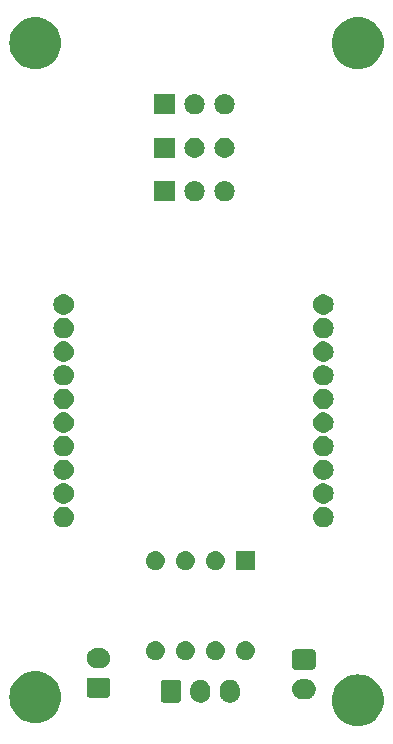
<source format=gbr>
%TF.GenerationSoftware,KiCad,Pcbnew,7.0.9*%
%TF.CreationDate,2023-12-30T17:24:47+01:00*%
%TF.ProjectId,rainguage,7261696e-6775-4616-9765-2e6b69636164,rev?*%
%TF.SameCoordinates,Original*%
%TF.FileFunction,Soldermask,Bot*%
%TF.FilePolarity,Negative*%
%FSLAX46Y46*%
G04 Gerber Fmt 4.6, Leading zero omitted, Abs format (unit mm)*
G04 Created by KiCad (PCBNEW 7.0.9) date 2023-12-30 17:24:47*
%MOMM*%
%LPD*%
G01*
G04 APERTURE LIST*
G04 APERTURE END LIST*
G36*
X187231158Y-116330821D02*
G01*
X187513402Y-116386963D01*
X187785904Y-116479465D01*
X188044000Y-116606744D01*
X188283275Y-116766623D01*
X188499635Y-116956365D01*
X188689377Y-117172725D01*
X188849256Y-117412000D01*
X188976535Y-117670096D01*
X189069037Y-117942598D01*
X189125179Y-118224842D01*
X189144000Y-118512000D01*
X189125179Y-118799158D01*
X189069037Y-119081402D01*
X188976535Y-119353904D01*
X188849256Y-119612000D01*
X188689377Y-119851275D01*
X188499635Y-120067635D01*
X188283275Y-120257377D01*
X188044000Y-120417256D01*
X187785904Y-120544535D01*
X187513402Y-120637037D01*
X187231158Y-120693179D01*
X186944000Y-120712000D01*
X186656842Y-120693179D01*
X186374598Y-120637037D01*
X186102096Y-120544535D01*
X185844000Y-120417256D01*
X185604725Y-120257377D01*
X185388365Y-120067635D01*
X185198623Y-119851275D01*
X185038744Y-119612000D01*
X184911465Y-119353904D01*
X184818963Y-119081402D01*
X184762821Y-118799158D01*
X184744000Y-118512000D01*
X184762821Y-118224842D01*
X184818963Y-117942598D01*
X184911465Y-117670096D01*
X185038744Y-117412000D01*
X185198623Y-117172725D01*
X185388365Y-116956365D01*
X185604725Y-116766623D01*
X185844000Y-116606744D01*
X186102096Y-116479465D01*
X186374598Y-116386963D01*
X186656842Y-116330821D01*
X186944000Y-116312000D01*
X187231158Y-116330821D01*
G37*
G36*
X159926158Y-116055821D02*
G01*
X160208402Y-116111963D01*
X160480904Y-116204465D01*
X160739000Y-116331744D01*
X160978275Y-116491623D01*
X161194635Y-116681365D01*
X161384377Y-116897725D01*
X161544256Y-117137000D01*
X161671535Y-117395096D01*
X161764037Y-117667598D01*
X161820179Y-117949842D01*
X161839000Y-118237000D01*
X161820179Y-118524158D01*
X161764037Y-118806402D01*
X161671535Y-119078904D01*
X161544256Y-119337000D01*
X161384377Y-119576275D01*
X161194635Y-119792635D01*
X160978275Y-119982377D01*
X160739000Y-120142256D01*
X160480904Y-120269535D01*
X160208402Y-120362037D01*
X159926158Y-120418179D01*
X159639000Y-120437000D01*
X159351842Y-120418179D01*
X159069598Y-120362037D01*
X158797096Y-120269535D01*
X158539000Y-120142256D01*
X158299725Y-119982377D01*
X158083365Y-119792635D01*
X157893623Y-119576275D01*
X157733744Y-119337000D01*
X157606465Y-119078904D01*
X157513963Y-118806402D01*
X157457821Y-118524158D01*
X157439000Y-118237000D01*
X157457821Y-117949842D01*
X157513963Y-117667598D01*
X157606465Y-117395096D01*
X157733744Y-117137000D01*
X157893623Y-116897725D01*
X158083365Y-116681365D01*
X158299725Y-116491623D01*
X158539000Y-116331744D01*
X158797096Y-116204465D01*
X159069598Y-116111963D01*
X159351842Y-116055821D01*
X159639000Y-116037000D01*
X159926158Y-116055821D01*
G37*
G36*
X171713850Y-116763967D02*
G01*
X171764040Y-116769790D01*
X171781189Y-116777362D01*
X171804671Y-116782033D01*
X171829810Y-116798830D01*
X171849696Y-116807611D01*
X171863277Y-116821192D01*
X171885777Y-116836226D01*
X171900810Y-116858725D01*
X171914391Y-116872306D01*
X171923170Y-116892189D01*
X171939970Y-116917332D01*
X171944641Y-116940815D01*
X171952212Y-116957962D01*
X171958033Y-117008142D01*
X171959000Y-117013003D01*
X171959000Y-118463003D01*
X171958032Y-118467866D01*
X171952212Y-118518043D01*
X171944641Y-118535188D01*
X171939970Y-118558674D01*
X171923169Y-118583818D01*
X171914391Y-118603699D01*
X171900812Y-118617277D01*
X171885777Y-118639780D01*
X171863274Y-118654815D01*
X171849696Y-118668394D01*
X171829815Y-118677172D01*
X171804671Y-118693973D01*
X171781185Y-118698644D01*
X171764040Y-118706215D01*
X171713861Y-118712035D01*
X171709000Y-118713003D01*
X170509000Y-118713003D01*
X170504138Y-118712035D01*
X170453959Y-118706215D01*
X170436812Y-118698644D01*
X170413329Y-118693973D01*
X170388186Y-118677173D01*
X170368303Y-118668394D01*
X170354722Y-118654813D01*
X170332223Y-118639780D01*
X170317189Y-118617280D01*
X170303608Y-118603699D01*
X170294827Y-118583813D01*
X170278030Y-118558674D01*
X170273359Y-118535192D01*
X170265787Y-118518043D01*
X170259964Y-118467852D01*
X170259000Y-118463003D01*
X170259000Y-117013003D01*
X170259964Y-117008153D01*
X170265787Y-116957962D01*
X170273359Y-116940811D01*
X170278030Y-116917332D01*
X170294826Y-116892194D01*
X170303608Y-116872306D01*
X170317191Y-116858722D01*
X170332223Y-116836226D01*
X170354719Y-116821194D01*
X170368303Y-116807611D01*
X170388191Y-116798829D01*
X170413329Y-116782033D01*
X170436808Y-116777362D01*
X170453959Y-116769790D01*
X170504151Y-116763967D01*
X170509000Y-116763003D01*
X171709000Y-116763003D01*
X171713850Y-116763967D01*
G37*
G36*
X173677819Y-116767988D02*
G01*
X173697814Y-116767988D01*
X173765244Y-116782320D01*
X173836399Y-116793986D01*
X173855008Y-116801400D01*
X173871561Y-116804919D01*
X173937313Y-116834193D01*
X174007147Y-116862018D01*
X174021184Y-116871535D01*
X174033835Y-116877168D01*
X174094516Y-116921255D01*
X174159278Y-116965165D01*
X174168826Y-116975245D01*
X174177540Y-116981576D01*
X174229765Y-117039577D01*
X174285679Y-117098605D01*
X174291247Y-117107860D01*
X174296397Y-117113579D01*
X174336930Y-117183784D01*
X174380439Y-117256097D01*
X174382905Y-117263416D01*
X174385212Y-117267412D01*
X174411183Y-117347344D01*
X174439127Y-117430278D01*
X174439628Y-117434888D01*
X174440102Y-117436346D01*
X174449168Y-117522608D01*
X174459000Y-117613003D01*
X174459000Y-117863003D01*
X174454017Y-117954904D01*
X174444434Y-117998436D01*
X174440102Y-118039659D01*
X174425403Y-118084895D01*
X174414505Y-118134409D01*
X174397073Y-118172086D01*
X174385212Y-118208593D01*
X174359904Y-118252426D01*
X174337329Y-118301224D01*
X174314057Y-118331837D01*
X174296397Y-118362426D01*
X174260486Y-118402308D01*
X174226096Y-118447548D01*
X174199121Y-118470460D01*
X174177538Y-118494431D01*
X174131654Y-118527767D01*
X174086009Y-118566539D01*
X174057451Y-118581679D01*
X174033837Y-118598836D01*
X173979235Y-118623146D01*
X173923617Y-118652633D01*
X173895427Y-118660459D01*
X173871561Y-118671086D01*
X173810117Y-118684146D01*
X173746515Y-118701806D01*
X173720370Y-118703223D01*
X173697814Y-118708018D01*
X173631931Y-118708018D01*
X173562982Y-118711756D01*
X173540181Y-118708018D01*
X173520186Y-118708018D01*
X173452761Y-118693686D01*
X173381601Y-118682020D01*
X173362987Y-118674603D01*
X173346438Y-118671086D01*
X173280698Y-118641816D01*
X173210853Y-118613988D01*
X173196813Y-118604468D01*
X173184164Y-118598837D01*
X173123489Y-118554754D01*
X173058722Y-118510841D01*
X173049172Y-118500759D01*
X173040459Y-118494429D01*
X172988232Y-118436426D01*
X172932321Y-118377401D01*
X172926752Y-118368146D01*
X172921602Y-118362426D01*
X172881059Y-118292203D01*
X172837561Y-118219909D01*
X172835095Y-118212591D01*
X172832787Y-118208593D01*
X172806797Y-118128604D01*
X172778873Y-118045728D01*
X172778371Y-118041120D01*
X172777897Y-118039659D01*
X172768818Y-117953283D01*
X172759000Y-117863003D01*
X172759000Y-117613003D01*
X172763983Y-117521102D01*
X172773563Y-117477576D01*
X172777897Y-117436346D01*
X172792599Y-117391097D01*
X172803495Y-117341597D01*
X172820921Y-117303928D01*
X172832787Y-117267412D01*
X172858101Y-117223565D01*
X172880671Y-117174782D01*
X172903936Y-117144177D01*
X172921602Y-117113579D01*
X172957523Y-117073684D01*
X172991904Y-117028458D01*
X173018870Y-117005552D01*
X173040461Y-116981574D01*
X173086359Y-116948226D01*
X173131991Y-116909467D01*
X173160539Y-116894331D01*
X173184162Y-116877169D01*
X173238781Y-116852850D01*
X173294383Y-116823373D01*
X173322563Y-116815548D01*
X173346438Y-116804919D01*
X173407894Y-116791856D01*
X173471485Y-116774200D01*
X173497628Y-116772782D01*
X173520186Y-116767988D01*
X173586069Y-116767988D01*
X173655018Y-116764250D01*
X173677819Y-116767988D01*
G37*
G36*
X176177819Y-116767988D02*
G01*
X176197814Y-116767988D01*
X176265244Y-116782320D01*
X176336399Y-116793986D01*
X176355008Y-116801400D01*
X176371561Y-116804919D01*
X176437313Y-116834193D01*
X176507147Y-116862018D01*
X176521184Y-116871535D01*
X176533835Y-116877168D01*
X176594516Y-116921255D01*
X176659278Y-116965165D01*
X176668826Y-116975245D01*
X176677540Y-116981576D01*
X176729765Y-117039577D01*
X176785679Y-117098605D01*
X176791247Y-117107860D01*
X176796397Y-117113579D01*
X176836930Y-117183784D01*
X176880439Y-117256097D01*
X176882905Y-117263416D01*
X176885212Y-117267412D01*
X176911183Y-117347344D01*
X176939127Y-117430278D01*
X176939628Y-117434888D01*
X176940102Y-117436346D01*
X176949168Y-117522608D01*
X176959000Y-117613003D01*
X176959000Y-117863003D01*
X176954017Y-117954904D01*
X176944434Y-117998436D01*
X176940102Y-118039659D01*
X176925403Y-118084895D01*
X176914505Y-118134409D01*
X176897073Y-118172086D01*
X176885212Y-118208593D01*
X176859904Y-118252426D01*
X176837329Y-118301224D01*
X176814057Y-118331837D01*
X176796397Y-118362426D01*
X176760486Y-118402308D01*
X176726096Y-118447548D01*
X176699121Y-118470460D01*
X176677538Y-118494431D01*
X176631654Y-118527767D01*
X176586009Y-118566539D01*
X176557451Y-118581679D01*
X176533837Y-118598836D01*
X176479235Y-118623146D01*
X176423617Y-118652633D01*
X176395427Y-118660459D01*
X176371561Y-118671086D01*
X176310117Y-118684146D01*
X176246515Y-118701806D01*
X176220370Y-118703223D01*
X176197814Y-118708018D01*
X176131931Y-118708018D01*
X176062982Y-118711756D01*
X176040181Y-118708018D01*
X176020186Y-118708018D01*
X175952761Y-118693686D01*
X175881601Y-118682020D01*
X175862987Y-118674603D01*
X175846438Y-118671086D01*
X175780698Y-118641816D01*
X175710853Y-118613988D01*
X175696813Y-118604468D01*
X175684164Y-118598837D01*
X175623489Y-118554754D01*
X175558722Y-118510841D01*
X175549172Y-118500759D01*
X175540459Y-118494429D01*
X175488232Y-118436426D01*
X175432321Y-118377401D01*
X175426752Y-118368146D01*
X175421602Y-118362426D01*
X175381059Y-118292203D01*
X175337561Y-118219909D01*
X175335095Y-118212591D01*
X175332787Y-118208593D01*
X175306797Y-118128604D01*
X175278873Y-118045728D01*
X175278371Y-118041120D01*
X175277897Y-118039659D01*
X175268818Y-117953283D01*
X175259000Y-117863003D01*
X175259000Y-117613003D01*
X175263983Y-117521102D01*
X175273563Y-117477576D01*
X175277897Y-117436346D01*
X175292599Y-117391097D01*
X175303495Y-117341597D01*
X175320921Y-117303928D01*
X175332787Y-117267412D01*
X175358101Y-117223565D01*
X175380671Y-117174782D01*
X175403936Y-117144177D01*
X175421602Y-117113579D01*
X175457523Y-117073684D01*
X175491904Y-117028458D01*
X175518870Y-117005552D01*
X175540461Y-116981574D01*
X175586359Y-116948226D01*
X175631991Y-116909467D01*
X175660539Y-116894331D01*
X175684162Y-116877169D01*
X175738781Y-116852850D01*
X175794383Y-116823373D01*
X175822563Y-116815548D01*
X175846438Y-116804919D01*
X175907894Y-116791856D01*
X175971485Y-116774200D01*
X175997628Y-116772782D01*
X176020186Y-116767988D01*
X176086069Y-116767988D01*
X176155018Y-116764250D01*
X176177819Y-116767988D01*
G37*
G36*
X182613901Y-116716983D02*
G01*
X182657426Y-116726563D01*
X182698656Y-116730897D01*
X182743902Y-116745598D01*
X182793406Y-116756495D01*
X182831076Y-116773923D01*
X182867590Y-116785787D01*
X182911432Y-116811099D01*
X182960221Y-116833671D01*
X182990828Y-116856938D01*
X183021423Y-116874602D01*
X183061312Y-116910519D01*
X183106545Y-116944904D01*
X183129453Y-116971874D01*
X183153428Y-116993461D01*
X183186769Y-117039351D01*
X183225536Y-117084991D01*
X183240674Y-117113545D01*
X183257833Y-117137162D01*
X183282145Y-117191769D01*
X183311630Y-117247383D01*
X183319456Y-117275569D01*
X183330083Y-117299438D01*
X183343144Y-117360884D01*
X183360803Y-117424485D01*
X183362220Y-117450629D01*
X183367015Y-117473186D01*
X183367015Y-117539068D01*
X183370753Y-117608018D01*
X183367015Y-117630818D01*
X183367015Y-117650813D01*
X183352683Y-117718233D01*
X183341017Y-117789399D01*
X183333600Y-117808013D01*
X183330083Y-117824561D01*
X183300817Y-117890292D01*
X183272985Y-117960147D01*
X183263464Y-117974188D01*
X183257834Y-117986835D01*
X183213761Y-118047495D01*
X183169838Y-118112278D01*
X183159754Y-118121829D01*
X183153426Y-118130540D01*
X183095444Y-118182746D01*
X183036398Y-118238679D01*
X183027139Y-118244249D01*
X183021423Y-118249397D01*
X182951241Y-118289915D01*
X182878906Y-118333439D01*
X182871584Y-118335906D01*
X182867590Y-118338212D01*
X182787685Y-118364174D01*
X182704725Y-118392127D01*
X182700112Y-118392628D01*
X182698656Y-118393102D01*
X182612423Y-118402165D01*
X182522000Y-118412000D01*
X182518858Y-118412000D01*
X182225142Y-118412000D01*
X182222000Y-118412000D01*
X182130099Y-118407017D01*
X182086567Y-118397434D01*
X182045343Y-118393102D01*
X182000104Y-118378402D01*
X181950594Y-118367505D01*
X181912918Y-118350074D01*
X181876409Y-118338212D01*
X181832571Y-118312902D01*
X181783779Y-118290329D01*
X181753168Y-118267059D01*
X181722576Y-118249397D01*
X181682688Y-118213481D01*
X181637455Y-118179096D01*
X181614545Y-118152125D01*
X181590571Y-118130538D01*
X181557228Y-118084646D01*
X181518464Y-118039009D01*
X181503326Y-118010456D01*
X181486166Y-117986837D01*
X181461850Y-117932224D01*
X181432370Y-117876617D01*
X181424544Y-117848433D01*
X181413916Y-117824561D01*
X181400853Y-117763108D01*
X181383197Y-117699515D01*
X181381779Y-117673369D01*
X181376985Y-117650813D01*
X181376985Y-117584931D01*
X181373247Y-117515982D01*
X181376985Y-117493181D01*
X181376985Y-117473186D01*
X181391318Y-117405753D01*
X181402983Y-117334601D01*
X181410397Y-117315992D01*
X181413916Y-117299438D01*
X181443194Y-117233677D01*
X181471015Y-117163853D01*
X181480531Y-117149817D01*
X181486165Y-117137164D01*
X181530262Y-117076468D01*
X181574162Y-117011722D01*
X181584239Y-117002175D01*
X181590573Y-116993459D01*
X181648595Y-116941214D01*
X181707602Y-116885321D01*
X181716853Y-116879754D01*
X181722576Y-116874602D01*
X181792822Y-116834045D01*
X181865094Y-116790561D01*
X181872409Y-116788096D01*
X181876409Y-116785787D01*
X181956425Y-116759788D01*
X182039275Y-116731873D01*
X182043880Y-116731372D01*
X182045343Y-116730897D01*
X182131733Y-116721817D01*
X182222000Y-116712000D01*
X182522000Y-116712000D01*
X182613901Y-116716983D01*
G37*
G36*
X165727850Y-116585964D02*
G01*
X165778040Y-116591787D01*
X165795189Y-116599359D01*
X165818671Y-116604030D01*
X165843810Y-116620827D01*
X165863696Y-116629608D01*
X165877277Y-116643189D01*
X165899777Y-116658223D01*
X165914810Y-116680722D01*
X165928391Y-116694303D01*
X165937170Y-116714186D01*
X165953970Y-116739329D01*
X165958641Y-116762812D01*
X165966212Y-116779959D01*
X165972033Y-116830139D01*
X165973000Y-116835000D01*
X165973000Y-118035000D01*
X165972032Y-118039863D01*
X165966212Y-118090040D01*
X165958641Y-118107185D01*
X165953970Y-118130671D01*
X165937169Y-118155815D01*
X165928391Y-118175696D01*
X165914812Y-118189274D01*
X165899777Y-118211777D01*
X165877274Y-118226812D01*
X165863696Y-118240391D01*
X165843815Y-118249169D01*
X165818671Y-118265970D01*
X165795185Y-118270641D01*
X165778040Y-118278212D01*
X165727861Y-118284032D01*
X165723000Y-118285000D01*
X164223000Y-118285000D01*
X164218138Y-118284032D01*
X164167959Y-118278212D01*
X164150812Y-118270641D01*
X164127329Y-118265970D01*
X164102186Y-118249170D01*
X164082303Y-118240391D01*
X164068722Y-118226810D01*
X164046223Y-118211777D01*
X164031189Y-118189277D01*
X164017608Y-118175696D01*
X164008827Y-118155810D01*
X163992030Y-118130671D01*
X163987359Y-118107189D01*
X163979787Y-118090040D01*
X163973964Y-118039849D01*
X163973000Y-118035000D01*
X163973000Y-116835000D01*
X163973964Y-116830150D01*
X163979787Y-116779959D01*
X163987359Y-116762808D01*
X163992030Y-116739329D01*
X164008826Y-116714191D01*
X164017608Y-116694303D01*
X164031191Y-116680719D01*
X164046223Y-116658223D01*
X164068719Y-116643191D01*
X164082303Y-116629608D01*
X164102191Y-116620826D01*
X164127329Y-116604030D01*
X164150808Y-116599359D01*
X164167959Y-116591787D01*
X164218151Y-116585964D01*
X164223000Y-116585000D01*
X165723000Y-116585000D01*
X165727850Y-116585964D01*
G37*
G36*
X183126850Y-114212964D02*
G01*
X183177040Y-114218787D01*
X183194189Y-114226359D01*
X183217671Y-114231030D01*
X183242810Y-114247827D01*
X183262696Y-114256608D01*
X183276277Y-114270189D01*
X183298777Y-114285223D01*
X183313810Y-114307722D01*
X183327391Y-114321303D01*
X183336170Y-114341186D01*
X183352970Y-114366329D01*
X183357641Y-114389812D01*
X183365212Y-114406959D01*
X183371033Y-114457139D01*
X183372000Y-114462000D01*
X183372000Y-115662000D01*
X183371032Y-115666863D01*
X183365212Y-115717040D01*
X183357641Y-115734185D01*
X183352970Y-115757671D01*
X183336169Y-115782815D01*
X183327391Y-115802696D01*
X183313812Y-115816274D01*
X183298777Y-115838777D01*
X183276274Y-115853812D01*
X183262696Y-115867391D01*
X183242815Y-115876169D01*
X183217671Y-115892970D01*
X183194185Y-115897641D01*
X183177040Y-115905212D01*
X183126861Y-115911032D01*
X183122000Y-115912000D01*
X181622000Y-115912000D01*
X181617138Y-115911032D01*
X181566959Y-115905212D01*
X181549812Y-115897641D01*
X181526329Y-115892970D01*
X181501186Y-115876170D01*
X181481303Y-115867391D01*
X181467722Y-115853810D01*
X181445223Y-115838777D01*
X181430189Y-115816277D01*
X181416608Y-115802696D01*
X181407827Y-115782810D01*
X181391030Y-115757671D01*
X181386359Y-115734189D01*
X181378787Y-115717040D01*
X181372964Y-115666849D01*
X181372000Y-115662000D01*
X181372000Y-114462000D01*
X181372964Y-114457150D01*
X181378787Y-114406959D01*
X181386359Y-114389808D01*
X181391030Y-114366329D01*
X181407826Y-114341191D01*
X181416608Y-114321303D01*
X181430191Y-114307719D01*
X181445223Y-114285223D01*
X181467719Y-114270191D01*
X181481303Y-114256608D01*
X181501191Y-114247826D01*
X181526329Y-114231030D01*
X181549808Y-114226359D01*
X181566959Y-114218787D01*
X181617151Y-114212964D01*
X181622000Y-114212000D01*
X183122000Y-114212000D01*
X183126850Y-114212964D01*
G37*
G36*
X165214901Y-114089983D02*
G01*
X165258426Y-114099563D01*
X165299656Y-114103897D01*
X165344902Y-114118598D01*
X165394406Y-114129495D01*
X165432076Y-114146923D01*
X165468590Y-114158787D01*
X165512432Y-114184099D01*
X165561221Y-114206671D01*
X165591828Y-114229938D01*
X165622423Y-114247602D01*
X165662312Y-114283519D01*
X165707545Y-114317904D01*
X165730453Y-114344874D01*
X165754428Y-114366461D01*
X165787769Y-114412351D01*
X165826536Y-114457991D01*
X165841674Y-114486545D01*
X165858833Y-114510162D01*
X165883145Y-114564769D01*
X165912630Y-114620383D01*
X165920456Y-114648569D01*
X165931083Y-114672438D01*
X165944144Y-114733884D01*
X165961803Y-114797485D01*
X165963220Y-114823629D01*
X165968015Y-114846186D01*
X165968015Y-114912068D01*
X165971753Y-114981018D01*
X165968015Y-115003818D01*
X165968015Y-115023813D01*
X165953683Y-115091233D01*
X165942017Y-115162399D01*
X165934600Y-115181013D01*
X165931083Y-115197561D01*
X165901817Y-115263292D01*
X165873985Y-115333147D01*
X165864464Y-115347188D01*
X165858834Y-115359835D01*
X165814761Y-115420495D01*
X165770838Y-115485278D01*
X165760754Y-115494829D01*
X165754426Y-115503540D01*
X165696444Y-115555746D01*
X165637398Y-115611679D01*
X165628139Y-115617249D01*
X165622423Y-115622397D01*
X165552241Y-115662915D01*
X165479906Y-115706439D01*
X165472584Y-115708906D01*
X165468590Y-115711212D01*
X165388685Y-115737174D01*
X165305725Y-115765127D01*
X165301112Y-115765628D01*
X165299656Y-115766102D01*
X165213423Y-115775165D01*
X165123000Y-115785000D01*
X165119858Y-115785000D01*
X164826142Y-115785000D01*
X164823000Y-115785000D01*
X164731099Y-115780017D01*
X164687567Y-115770434D01*
X164646343Y-115766102D01*
X164601104Y-115751402D01*
X164551594Y-115740505D01*
X164513918Y-115723074D01*
X164477409Y-115711212D01*
X164433571Y-115685902D01*
X164384779Y-115663329D01*
X164354168Y-115640059D01*
X164323576Y-115622397D01*
X164283688Y-115586481D01*
X164238455Y-115552096D01*
X164215545Y-115525125D01*
X164191571Y-115503538D01*
X164158228Y-115457646D01*
X164119464Y-115412009D01*
X164104326Y-115383456D01*
X164087166Y-115359837D01*
X164062850Y-115305224D01*
X164033370Y-115249617D01*
X164025544Y-115221433D01*
X164014916Y-115197561D01*
X164001853Y-115136108D01*
X163984197Y-115072515D01*
X163982779Y-115046369D01*
X163977985Y-115023813D01*
X163977985Y-114957931D01*
X163974247Y-114888982D01*
X163977985Y-114866181D01*
X163977985Y-114846186D01*
X163992318Y-114778753D01*
X164003983Y-114707601D01*
X164011397Y-114688992D01*
X164014916Y-114672438D01*
X164044194Y-114606677D01*
X164072015Y-114536853D01*
X164081531Y-114522817D01*
X164087165Y-114510164D01*
X164131262Y-114449468D01*
X164175162Y-114384722D01*
X164185239Y-114375175D01*
X164191573Y-114366459D01*
X164249595Y-114314214D01*
X164308602Y-114258321D01*
X164317853Y-114252754D01*
X164323576Y-114247602D01*
X164393822Y-114207045D01*
X164466094Y-114163561D01*
X164473409Y-114161096D01*
X164477409Y-114158787D01*
X164557425Y-114132788D01*
X164640275Y-114104873D01*
X164644880Y-114104372D01*
X164646343Y-114103897D01*
X164732733Y-114094817D01*
X164823000Y-114085000D01*
X165123000Y-114085000D01*
X165214901Y-114089983D01*
G37*
G36*
X169840811Y-113504711D02*
G01*
X169882588Y-113504711D01*
X169929718Y-113514728D01*
X169977017Y-113520058D01*
X170011408Y-113532092D01*
X170046110Y-113539468D01*
X170096117Y-113561733D01*
X170146107Y-113579225D01*
X170172128Y-113595575D01*
X170198835Y-113607466D01*
X170248633Y-113643646D01*
X170297792Y-113674535D01*
X170315444Y-113692187D01*
X170334084Y-113705730D01*
X170380165Y-113756908D01*
X170424465Y-113801208D01*
X170434654Y-113817424D01*
X170445946Y-113829965D01*
X170484573Y-113896870D01*
X170519775Y-113952893D01*
X170524170Y-113965453D01*
X170529535Y-113974746D01*
X170557010Y-114059305D01*
X170578942Y-114121983D01*
X170579773Y-114129363D01*
X170581195Y-114133738D01*
X170594076Y-114256306D01*
X170599000Y-114300000D01*
X170594076Y-114343697D01*
X170581195Y-114466261D01*
X170579773Y-114470635D01*
X170578942Y-114478017D01*
X170557005Y-114540707D01*
X170529535Y-114625253D01*
X170524171Y-114634543D01*
X170519775Y-114647107D01*
X170484566Y-114703140D01*
X170445946Y-114770034D01*
X170434656Y-114782572D01*
X170424465Y-114798792D01*
X170380155Y-114843101D01*
X170334084Y-114894269D01*
X170315448Y-114907808D01*
X170297792Y-114925465D01*
X170248623Y-114956359D01*
X170198835Y-114992533D01*
X170172134Y-115004421D01*
X170146107Y-115020775D01*
X170096107Y-115038270D01*
X170046110Y-115060531D01*
X170011414Y-115067905D01*
X169977017Y-115079942D01*
X169929715Y-115085271D01*
X169882588Y-115095289D01*
X169840811Y-115095289D01*
X169799000Y-115100000D01*
X169757189Y-115095289D01*
X169715412Y-115095289D01*
X169668284Y-115085271D01*
X169620983Y-115079942D01*
X169586586Y-115067906D01*
X169551889Y-115060531D01*
X169501887Y-115038268D01*
X169451893Y-115020775D01*
X169425868Y-115004422D01*
X169399164Y-114992533D01*
X169349369Y-114956355D01*
X169300208Y-114925465D01*
X169282554Y-114907811D01*
X169263915Y-114894269D01*
X169217833Y-114843090D01*
X169173535Y-114798792D01*
X169163345Y-114782575D01*
X169152053Y-114770034D01*
X169113420Y-114703120D01*
X169078225Y-114647107D01*
X169073830Y-114634547D01*
X169068464Y-114625253D01*
X169040980Y-114540667D01*
X169019058Y-114478017D01*
X169018226Y-114470639D01*
X169016804Y-114466261D01*
X169003908Y-114343565D01*
X168999000Y-114300000D01*
X169003908Y-114256438D01*
X169016804Y-114133738D01*
X169018226Y-114129358D01*
X169019058Y-114121983D01*
X169040975Y-114059345D01*
X169068464Y-113974746D01*
X169073831Y-113965449D01*
X169078225Y-113952893D01*
X169113413Y-113896890D01*
X169152053Y-113829965D01*
X169163347Y-113817421D01*
X169173535Y-113801208D01*
X169217826Y-113756916D01*
X169263917Y-113705728D01*
X169282559Y-113692183D01*
X169300208Y-113674535D01*
X169349354Y-113643654D01*
X169399162Y-113607467D01*
X169425873Y-113595574D01*
X169451893Y-113579225D01*
X169501877Y-113561734D01*
X169551889Y-113539468D01*
X169586592Y-113532091D01*
X169620983Y-113520058D01*
X169668281Y-113514728D01*
X169715412Y-113504711D01*
X169757189Y-113504711D01*
X169799000Y-113500000D01*
X169840811Y-113504711D01*
G37*
G36*
X172380811Y-113504711D02*
G01*
X172422588Y-113504711D01*
X172469718Y-113514728D01*
X172517017Y-113520058D01*
X172551408Y-113532092D01*
X172586110Y-113539468D01*
X172636117Y-113561733D01*
X172686107Y-113579225D01*
X172712128Y-113595575D01*
X172738835Y-113607466D01*
X172788633Y-113643646D01*
X172837792Y-113674535D01*
X172855444Y-113692187D01*
X172874084Y-113705730D01*
X172920165Y-113756908D01*
X172964465Y-113801208D01*
X172974654Y-113817424D01*
X172985946Y-113829965D01*
X173024573Y-113896870D01*
X173059775Y-113952893D01*
X173064170Y-113965453D01*
X173069535Y-113974746D01*
X173097010Y-114059305D01*
X173118942Y-114121983D01*
X173119773Y-114129363D01*
X173121195Y-114133738D01*
X173134076Y-114256306D01*
X173139000Y-114300000D01*
X173134076Y-114343697D01*
X173121195Y-114466261D01*
X173119773Y-114470635D01*
X173118942Y-114478017D01*
X173097005Y-114540707D01*
X173069535Y-114625253D01*
X173064171Y-114634543D01*
X173059775Y-114647107D01*
X173024566Y-114703140D01*
X172985946Y-114770034D01*
X172974656Y-114782572D01*
X172964465Y-114798792D01*
X172920155Y-114843101D01*
X172874084Y-114894269D01*
X172855448Y-114907808D01*
X172837792Y-114925465D01*
X172788623Y-114956359D01*
X172738835Y-114992533D01*
X172712134Y-115004421D01*
X172686107Y-115020775D01*
X172636107Y-115038270D01*
X172586110Y-115060531D01*
X172551414Y-115067905D01*
X172517017Y-115079942D01*
X172469715Y-115085271D01*
X172422588Y-115095289D01*
X172380811Y-115095289D01*
X172339000Y-115100000D01*
X172297189Y-115095289D01*
X172255412Y-115095289D01*
X172208284Y-115085271D01*
X172160983Y-115079942D01*
X172126586Y-115067906D01*
X172091889Y-115060531D01*
X172041887Y-115038268D01*
X171991893Y-115020775D01*
X171965868Y-115004422D01*
X171939164Y-114992533D01*
X171889369Y-114956355D01*
X171840208Y-114925465D01*
X171822554Y-114907811D01*
X171803915Y-114894269D01*
X171757833Y-114843090D01*
X171713535Y-114798792D01*
X171703345Y-114782575D01*
X171692053Y-114770034D01*
X171653420Y-114703120D01*
X171618225Y-114647107D01*
X171613830Y-114634547D01*
X171608464Y-114625253D01*
X171580980Y-114540667D01*
X171559058Y-114478017D01*
X171558226Y-114470639D01*
X171556804Y-114466261D01*
X171543908Y-114343565D01*
X171539000Y-114300000D01*
X171543908Y-114256438D01*
X171556804Y-114133738D01*
X171558226Y-114129358D01*
X171559058Y-114121983D01*
X171580975Y-114059345D01*
X171608464Y-113974746D01*
X171613831Y-113965449D01*
X171618225Y-113952893D01*
X171653413Y-113896890D01*
X171692053Y-113829965D01*
X171703347Y-113817421D01*
X171713535Y-113801208D01*
X171757826Y-113756916D01*
X171803917Y-113705728D01*
X171822559Y-113692183D01*
X171840208Y-113674535D01*
X171889354Y-113643654D01*
X171939162Y-113607467D01*
X171965873Y-113595574D01*
X171991893Y-113579225D01*
X172041877Y-113561734D01*
X172091889Y-113539468D01*
X172126592Y-113532091D01*
X172160983Y-113520058D01*
X172208281Y-113514728D01*
X172255412Y-113504711D01*
X172297189Y-113504711D01*
X172339000Y-113500000D01*
X172380811Y-113504711D01*
G37*
G36*
X174920811Y-113504711D02*
G01*
X174962588Y-113504711D01*
X175009718Y-113514728D01*
X175057017Y-113520058D01*
X175091408Y-113532092D01*
X175126110Y-113539468D01*
X175176117Y-113561733D01*
X175226107Y-113579225D01*
X175252128Y-113595575D01*
X175278835Y-113607466D01*
X175328633Y-113643646D01*
X175377792Y-113674535D01*
X175395444Y-113692187D01*
X175414084Y-113705730D01*
X175460165Y-113756908D01*
X175504465Y-113801208D01*
X175514654Y-113817424D01*
X175525946Y-113829965D01*
X175564573Y-113896870D01*
X175599775Y-113952893D01*
X175604170Y-113965453D01*
X175609535Y-113974746D01*
X175637010Y-114059305D01*
X175658942Y-114121983D01*
X175659773Y-114129363D01*
X175661195Y-114133738D01*
X175674076Y-114256306D01*
X175679000Y-114300000D01*
X175674076Y-114343697D01*
X175661195Y-114466261D01*
X175659773Y-114470635D01*
X175658942Y-114478017D01*
X175637005Y-114540707D01*
X175609535Y-114625253D01*
X175604171Y-114634543D01*
X175599775Y-114647107D01*
X175564566Y-114703140D01*
X175525946Y-114770034D01*
X175514656Y-114782572D01*
X175504465Y-114798792D01*
X175460155Y-114843101D01*
X175414084Y-114894269D01*
X175395448Y-114907808D01*
X175377792Y-114925465D01*
X175328623Y-114956359D01*
X175278835Y-114992533D01*
X175252134Y-115004421D01*
X175226107Y-115020775D01*
X175176107Y-115038270D01*
X175126110Y-115060531D01*
X175091414Y-115067905D01*
X175057017Y-115079942D01*
X175009715Y-115085271D01*
X174962588Y-115095289D01*
X174920811Y-115095289D01*
X174879000Y-115100000D01*
X174837189Y-115095289D01*
X174795412Y-115095289D01*
X174748284Y-115085271D01*
X174700983Y-115079942D01*
X174666586Y-115067906D01*
X174631889Y-115060531D01*
X174581887Y-115038268D01*
X174531893Y-115020775D01*
X174505868Y-115004422D01*
X174479164Y-114992533D01*
X174429369Y-114956355D01*
X174380208Y-114925465D01*
X174362554Y-114907811D01*
X174343915Y-114894269D01*
X174297833Y-114843090D01*
X174253535Y-114798792D01*
X174243345Y-114782575D01*
X174232053Y-114770034D01*
X174193420Y-114703120D01*
X174158225Y-114647107D01*
X174153830Y-114634547D01*
X174148464Y-114625253D01*
X174120980Y-114540667D01*
X174099058Y-114478017D01*
X174098226Y-114470639D01*
X174096804Y-114466261D01*
X174083908Y-114343565D01*
X174079000Y-114300000D01*
X174083908Y-114256438D01*
X174096804Y-114133738D01*
X174098226Y-114129358D01*
X174099058Y-114121983D01*
X174120975Y-114059345D01*
X174148464Y-113974746D01*
X174153831Y-113965449D01*
X174158225Y-113952893D01*
X174193413Y-113896890D01*
X174232053Y-113829965D01*
X174243347Y-113817421D01*
X174253535Y-113801208D01*
X174297826Y-113756916D01*
X174343917Y-113705728D01*
X174362559Y-113692183D01*
X174380208Y-113674535D01*
X174429354Y-113643654D01*
X174479162Y-113607467D01*
X174505873Y-113595574D01*
X174531893Y-113579225D01*
X174581877Y-113561734D01*
X174631889Y-113539468D01*
X174666592Y-113532091D01*
X174700983Y-113520058D01*
X174748281Y-113514728D01*
X174795412Y-113504711D01*
X174837189Y-113504711D01*
X174879000Y-113500000D01*
X174920811Y-113504711D01*
G37*
G36*
X177460811Y-113504711D02*
G01*
X177502588Y-113504711D01*
X177549718Y-113514728D01*
X177597017Y-113520058D01*
X177631408Y-113532092D01*
X177666110Y-113539468D01*
X177716117Y-113561733D01*
X177766107Y-113579225D01*
X177792128Y-113595575D01*
X177818835Y-113607466D01*
X177868633Y-113643646D01*
X177917792Y-113674535D01*
X177935444Y-113692187D01*
X177954084Y-113705730D01*
X178000165Y-113756908D01*
X178044465Y-113801208D01*
X178054654Y-113817424D01*
X178065946Y-113829965D01*
X178104573Y-113896870D01*
X178139775Y-113952893D01*
X178144170Y-113965453D01*
X178149535Y-113974746D01*
X178177010Y-114059305D01*
X178198942Y-114121983D01*
X178199773Y-114129363D01*
X178201195Y-114133738D01*
X178214076Y-114256306D01*
X178219000Y-114300000D01*
X178214076Y-114343697D01*
X178201195Y-114466261D01*
X178199773Y-114470635D01*
X178198942Y-114478017D01*
X178177005Y-114540707D01*
X178149535Y-114625253D01*
X178144171Y-114634543D01*
X178139775Y-114647107D01*
X178104566Y-114703140D01*
X178065946Y-114770034D01*
X178054656Y-114782572D01*
X178044465Y-114798792D01*
X178000155Y-114843101D01*
X177954084Y-114894269D01*
X177935448Y-114907808D01*
X177917792Y-114925465D01*
X177868623Y-114956359D01*
X177818835Y-114992533D01*
X177792134Y-115004421D01*
X177766107Y-115020775D01*
X177716107Y-115038270D01*
X177666110Y-115060531D01*
X177631414Y-115067905D01*
X177597017Y-115079942D01*
X177549715Y-115085271D01*
X177502588Y-115095289D01*
X177460811Y-115095289D01*
X177419000Y-115100000D01*
X177377189Y-115095289D01*
X177335412Y-115095289D01*
X177288284Y-115085271D01*
X177240983Y-115079942D01*
X177206586Y-115067906D01*
X177171889Y-115060531D01*
X177121887Y-115038268D01*
X177071893Y-115020775D01*
X177045868Y-115004422D01*
X177019164Y-114992533D01*
X176969369Y-114956355D01*
X176920208Y-114925465D01*
X176902554Y-114907811D01*
X176883915Y-114894269D01*
X176837833Y-114843090D01*
X176793535Y-114798792D01*
X176783345Y-114782575D01*
X176772053Y-114770034D01*
X176733420Y-114703120D01*
X176698225Y-114647107D01*
X176693830Y-114634547D01*
X176688464Y-114625253D01*
X176660980Y-114540667D01*
X176639058Y-114478017D01*
X176638226Y-114470639D01*
X176636804Y-114466261D01*
X176623908Y-114343565D01*
X176619000Y-114300000D01*
X176623908Y-114256438D01*
X176636804Y-114133738D01*
X176638226Y-114129358D01*
X176639058Y-114121983D01*
X176660975Y-114059345D01*
X176688464Y-113974746D01*
X176693831Y-113965449D01*
X176698225Y-113952893D01*
X176733413Y-113896890D01*
X176772053Y-113829965D01*
X176783347Y-113817421D01*
X176793535Y-113801208D01*
X176837826Y-113756916D01*
X176883917Y-113705728D01*
X176902559Y-113692183D01*
X176920208Y-113674535D01*
X176969354Y-113643654D01*
X177019162Y-113607467D01*
X177045873Y-113595574D01*
X177071893Y-113579225D01*
X177121877Y-113561734D01*
X177171889Y-113539468D01*
X177206592Y-113532091D01*
X177240983Y-113520058D01*
X177288281Y-113514728D01*
X177335412Y-113504711D01*
X177377189Y-113504711D01*
X177419000Y-113500000D01*
X177460811Y-113504711D01*
G37*
G36*
X169840811Y-105884711D02*
G01*
X169882588Y-105884711D01*
X169929718Y-105894728D01*
X169977017Y-105900058D01*
X170011408Y-105912092D01*
X170046110Y-105919468D01*
X170096117Y-105941733D01*
X170146107Y-105959225D01*
X170172128Y-105975575D01*
X170198835Y-105987466D01*
X170248633Y-106023646D01*
X170297792Y-106054535D01*
X170315444Y-106072187D01*
X170334084Y-106085730D01*
X170380165Y-106136908D01*
X170424465Y-106181208D01*
X170434654Y-106197424D01*
X170445946Y-106209965D01*
X170484573Y-106276870D01*
X170519775Y-106332893D01*
X170524170Y-106345453D01*
X170529535Y-106354746D01*
X170557010Y-106439305D01*
X170578942Y-106501983D01*
X170579773Y-106509363D01*
X170581195Y-106513738D01*
X170594076Y-106636306D01*
X170599000Y-106680000D01*
X170594076Y-106723697D01*
X170581195Y-106846261D01*
X170579773Y-106850635D01*
X170578942Y-106858017D01*
X170557005Y-106920707D01*
X170529535Y-107005253D01*
X170524171Y-107014543D01*
X170519775Y-107027107D01*
X170484566Y-107083140D01*
X170445946Y-107150034D01*
X170434656Y-107162572D01*
X170424465Y-107178792D01*
X170380155Y-107223101D01*
X170334084Y-107274269D01*
X170315448Y-107287808D01*
X170297792Y-107305465D01*
X170248623Y-107336359D01*
X170198835Y-107372533D01*
X170172134Y-107384421D01*
X170146107Y-107400775D01*
X170096107Y-107418270D01*
X170046110Y-107440531D01*
X170011414Y-107447905D01*
X169977017Y-107459942D01*
X169929715Y-107465271D01*
X169882588Y-107475289D01*
X169840811Y-107475289D01*
X169799000Y-107480000D01*
X169757189Y-107475289D01*
X169715412Y-107475289D01*
X169668284Y-107465271D01*
X169620983Y-107459942D01*
X169586586Y-107447906D01*
X169551889Y-107440531D01*
X169501887Y-107418268D01*
X169451893Y-107400775D01*
X169425868Y-107384422D01*
X169399164Y-107372533D01*
X169349369Y-107336355D01*
X169300208Y-107305465D01*
X169282554Y-107287811D01*
X169263915Y-107274269D01*
X169217833Y-107223090D01*
X169173535Y-107178792D01*
X169163345Y-107162575D01*
X169152053Y-107150034D01*
X169113420Y-107083120D01*
X169078225Y-107027107D01*
X169073830Y-107014547D01*
X169068464Y-107005253D01*
X169040980Y-106920667D01*
X169019058Y-106858017D01*
X169018226Y-106850639D01*
X169016804Y-106846261D01*
X169003908Y-106723565D01*
X168999000Y-106680000D01*
X169003908Y-106636438D01*
X169016804Y-106513738D01*
X169018226Y-106509358D01*
X169019058Y-106501983D01*
X169040975Y-106439345D01*
X169068464Y-106354746D01*
X169073831Y-106345449D01*
X169078225Y-106332893D01*
X169113413Y-106276890D01*
X169152053Y-106209965D01*
X169163347Y-106197421D01*
X169173535Y-106181208D01*
X169217826Y-106136916D01*
X169263917Y-106085728D01*
X169282559Y-106072183D01*
X169300208Y-106054535D01*
X169349354Y-106023654D01*
X169399162Y-105987467D01*
X169425873Y-105975574D01*
X169451893Y-105959225D01*
X169501877Y-105941734D01*
X169551889Y-105919468D01*
X169586592Y-105912091D01*
X169620983Y-105900058D01*
X169668281Y-105894728D01*
X169715412Y-105884711D01*
X169757189Y-105884711D01*
X169799000Y-105880000D01*
X169840811Y-105884711D01*
G37*
G36*
X172380811Y-105884711D02*
G01*
X172422588Y-105884711D01*
X172469718Y-105894728D01*
X172517017Y-105900058D01*
X172551408Y-105912092D01*
X172586110Y-105919468D01*
X172636117Y-105941733D01*
X172686107Y-105959225D01*
X172712128Y-105975575D01*
X172738835Y-105987466D01*
X172788633Y-106023646D01*
X172837792Y-106054535D01*
X172855444Y-106072187D01*
X172874084Y-106085730D01*
X172920165Y-106136908D01*
X172964465Y-106181208D01*
X172974654Y-106197424D01*
X172985946Y-106209965D01*
X173024573Y-106276870D01*
X173059775Y-106332893D01*
X173064170Y-106345453D01*
X173069535Y-106354746D01*
X173097010Y-106439305D01*
X173118942Y-106501983D01*
X173119773Y-106509363D01*
X173121195Y-106513738D01*
X173134076Y-106636306D01*
X173139000Y-106680000D01*
X173134076Y-106723697D01*
X173121195Y-106846261D01*
X173119773Y-106850635D01*
X173118942Y-106858017D01*
X173097005Y-106920707D01*
X173069535Y-107005253D01*
X173064171Y-107014543D01*
X173059775Y-107027107D01*
X173024566Y-107083140D01*
X172985946Y-107150034D01*
X172974656Y-107162572D01*
X172964465Y-107178792D01*
X172920155Y-107223101D01*
X172874084Y-107274269D01*
X172855448Y-107287808D01*
X172837792Y-107305465D01*
X172788623Y-107336359D01*
X172738835Y-107372533D01*
X172712134Y-107384421D01*
X172686107Y-107400775D01*
X172636107Y-107418270D01*
X172586110Y-107440531D01*
X172551414Y-107447905D01*
X172517017Y-107459942D01*
X172469715Y-107465271D01*
X172422588Y-107475289D01*
X172380811Y-107475289D01*
X172339000Y-107480000D01*
X172297189Y-107475289D01*
X172255412Y-107475289D01*
X172208284Y-107465271D01*
X172160983Y-107459942D01*
X172126586Y-107447906D01*
X172091889Y-107440531D01*
X172041887Y-107418268D01*
X171991893Y-107400775D01*
X171965868Y-107384422D01*
X171939164Y-107372533D01*
X171889369Y-107336355D01*
X171840208Y-107305465D01*
X171822554Y-107287811D01*
X171803915Y-107274269D01*
X171757833Y-107223090D01*
X171713535Y-107178792D01*
X171703345Y-107162575D01*
X171692053Y-107150034D01*
X171653420Y-107083120D01*
X171618225Y-107027107D01*
X171613830Y-107014547D01*
X171608464Y-107005253D01*
X171580980Y-106920667D01*
X171559058Y-106858017D01*
X171558226Y-106850639D01*
X171556804Y-106846261D01*
X171543908Y-106723565D01*
X171539000Y-106680000D01*
X171543908Y-106636438D01*
X171556804Y-106513738D01*
X171558226Y-106509358D01*
X171559058Y-106501983D01*
X171580975Y-106439345D01*
X171608464Y-106354746D01*
X171613831Y-106345449D01*
X171618225Y-106332893D01*
X171653413Y-106276890D01*
X171692053Y-106209965D01*
X171703347Y-106197421D01*
X171713535Y-106181208D01*
X171757826Y-106136916D01*
X171803917Y-106085728D01*
X171822559Y-106072183D01*
X171840208Y-106054535D01*
X171889354Y-106023654D01*
X171939162Y-105987467D01*
X171965873Y-105975574D01*
X171991893Y-105959225D01*
X172041877Y-105941734D01*
X172091889Y-105919468D01*
X172126592Y-105912091D01*
X172160983Y-105900058D01*
X172208281Y-105894728D01*
X172255412Y-105884711D01*
X172297189Y-105884711D01*
X172339000Y-105880000D01*
X172380811Y-105884711D01*
G37*
G36*
X174920811Y-105884711D02*
G01*
X174962588Y-105884711D01*
X175009718Y-105894728D01*
X175057017Y-105900058D01*
X175091408Y-105912092D01*
X175126110Y-105919468D01*
X175176117Y-105941733D01*
X175226107Y-105959225D01*
X175252128Y-105975575D01*
X175278835Y-105987466D01*
X175328633Y-106023646D01*
X175377792Y-106054535D01*
X175395444Y-106072187D01*
X175414084Y-106085730D01*
X175460165Y-106136908D01*
X175504465Y-106181208D01*
X175514654Y-106197424D01*
X175525946Y-106209965D01*
X175564573Y-106276870D01*
X175599775Y-106332893D01*
X175604170Y-106345453D01*
X175609535Y-106354746D01*
X175637010Y-106439305D01*
X175658942Y-106501983D01*
X175659773Y-106509363D01*
X175661195Y-106513738D01*
X175674076Y-106636306D01*
X175679000Y-106680000D01*
X175674076Y-106723697D01*
X175661195Y-106846261D01*
X175659773Y-106850635D01*
X175658942Y-106858017D01*
X175637005Y-106920707D01*
X175609535Y-107005253D01*
X175604171Y-107014543D01*
X175599775Y-107027107D01*
X175564566Y-107083140D01*
X175525946Y-107150034D01*
X175514656Y-107162572D01*
X175504465Y-107178792D01*
X175460155Y-107223101D01*
X175414084Y-107274269D01*
X175395448Y-107287808D01*
X175377792Y-107305465D01*
X175328623Y-107336359D01*
X175278835Y-107372533D01*
X175252134Y-107384421D01*
X175226107Y-107400775D01*
X175176107Y-107418270D01*
X175126110Y-107440531D01*
X175091414Y-107447905D01*
X175057017Y-107459942D01*
X175009715Y-107465271D01*
X174962588Y-107475289D01*
X174920811Y-107475289D01*
X174879000Y-107480000D01*
X174837189Y-107475289D01*
X174795412Y-107475289D01*
X174748284Y-107465271D01*
X174700983Y-107459942D01*
X174666586Y-107447906D01*
X174631889Y-107440531D01*
X174581887Y-107418268D01*
X174531893Y-107400775D01*
X174505868Y-107384422D01*
X174479164Y-107372533D01*
X174429369Y-107336355D01*
X174380208Y-107305465D01*
X174362554Y-107287811D01*
X174343915Y-107274269D01*
X174297833Y-107223090D01*
X174253535Y-107178792D01*
X174243345Y-107162575D01*
X174232053Y-107150034D01*
X174193420Y-107083120D01*
X174158225Y-107027107D01*
X174153830Y-107014547D01*
X174148464Y-107005253D01*
X174120980Y-106920667D01*
X174099058Y-106858017D01*
X174098226Y-106850639D01*
X174096804Y-106846261D01*
X174083908Y-106723565D01*
X174079000Y-106680000D01*
X174083908Y-106636438D01*
X174096804Y-106513738D01*
X174098226Y-106509358D01*
X174099058Y-106501983D01*
X174120975Y-106439345D01*
X174148464Y-106354746D01*
X174153831Y-106345449D01*
X174158225Y-106332893D01*
X174193413Y-106276890D01*
X174232053Y-106209965D01*
X174243347Y-106197421D01*
X174253535Y-106181208D01*
X174297826Y-106136916D01*
X174343917Y-106085728D01*
X174362559Y-106072183D01*
X174380208Y-106054535D01*
X174429354Y-106023654D01*
X174479162Y-105987467D01*
X174505873Y-105975574D01*
X174531893Y-105959225D01*
X174581877Y-105941734D01*
X174631889Y-105919468D01*
X174666592Y-105912091D01*
X174700983Y-105900058D01*
X174748281Y-105894728D01*
X174795412Y-105884711D01*
X174837189Y-105884711D01*
X174879000Y-105880000D01*
X174920811Y-105884711D01*
G37*
G36*
X178219000Y-107480000D02*
G01*
X176619000Y-107480000D01*
X176619000Y-105880000D01*
X178219000Y-105880000D01*
X178219000Y-107480000D01*
G37*
G36*
X162293467Y-102173128D02*
G01*
X162458400Y-102246560D01*
X162604461Y-102352680D01*
X162725267Y-102486849D01*
X162815538Y-102643202D01*
X162871328Y-102814907D01*
X162890200Y-102994460D01*
X162871328Y-103174013D01*
X162815538Y-103345718D01*
X162725267Y-103502071D01*
X162604461Y-103636240D01*
X162458400Y-103742360D01*
X162293467Y-103815792D01*
X162116871Y-103853329D01*
X161936329Y-103853329D01*
X161759733Y-103815792D01*
X161594800Y-103742360D01*
X161448739Y-103636240D01*
X161327933Y-103502071D01*
X161237662Y-103345718D01*
X161181872Y-103174013D01*
X161163000Y-102994460D01*
X161181872Y-102814907D01*
X161237662Y-102643202D01*
X161327933Y-102486849D01*
X161448739Y-102352680D01*
X161594800Y-102246560D01*
X161759733Y-102173128D01*
X161936329Y-102135591D01*
X162116871Y-102135591D01*
X162293467Y-102173128D01*
G37*
G36*
X184289867Y-102173128D02*
G01*
X184454800Y-102246560D01*
X184600861Y-102352680D01*
X184721667Y-102486849D01*
X184811938Y-102643202D01*
X184867728Y-102814907D01*
X184886600Y-102994460D01*
X184867728Y-103174013D01*
X184811938Y-103345718D01*
X184721667Y-103502071D01*
X184600861Y-103636240D01*
X184454800Y-103742360D01*
X184289867Y-103815792D01*
X184113271Y-103853329D01*
X183932729Y-103853329D01*
X183756133Y-103815792D01*
X183591200Y-103742360D01*
X183445139Y-103636240D01*
X183324333Y-103502071D01*
X183234062Y-103345718D01*
X183178272Y-103174013D01*
X183159400Y-102994460D01*
X183178272Y-102814907D01*
X183234062Y-102643202D01*
X183324333Y-102486849D01*
X183445139Y-102352680D01*
X183591200Y-102246560D01*
X183756133Y-102173128D01*
X183932729Y-102135591D01*
X184113271Y-102135591D01*
X184289867Y-102173128D01*
G37*
G36*
X162293467Y-100174148D02*
G01*
X162458400Y-100247580D01*
X162604461Y-100353700D01*
X162725267Y-100487869D01*
X162815538Y-100644222D01*
X162871328Y-100815927D01*
X162890200Y-100995480D01*
X162871328Y-101175033D01*
X162815538Y-101346738D01*
X162725267Y-101503091D01*
X162604461Y-101637260D01*
X162458400Y-101743380D01*
X162293467Y-101816812D01*
X162116871Y-101854349D01*
X161936329Y-101854349D01*
X161759733Y-101816812D01*
X161594800Y-101743380D01*
X161448739Y-101637260D01*
X161327933Y-101503091D01*
X161237662Y-101346738D01*
X161181872Y-101175033D01*
X161163000Y-100995480D01*
X161181872Y-100815927D01*
X161237662Y-100644222D01*
X161327933Y-100487869D01*
X161448739Y-100353700D01*
X161594800Y-100247580D01*
X161759733Y-100174148D01*
X161936329Y-100136611D01*
X162116871Y-100136611D01*
X162293467Y-100174148D01*
G37*
G36*
X184289867Y-100174148D02*
G01*
X184454800Y-100247580D01*
X184600861Y-100353700D01*
X184721667Y-100487869D01*
X184811938Y-100644222D01*
X184867728Y-100815927D01*
X184886600Y-100995480D01*
X184867728Y-101175033D01*
X184811938Y-101346738D01*
X184721667Y-101503091D01*
X184600861Y-101637260D01*
X184454800Y-101743380D01*
X184289867Y-101816812D01*
X184113271Y-101854349D01*
X183932729Y-101854349D01*
X183756133Y-101816812D01*
X183591200Y-101743380D01*
X183445139Y-101637260D01*
X183324333Y-101503091D01*
X183234062Y-101346738D01*
X183178272Y-101175033D01*
X183159400Y-100995480D01*
X183178272Y-100815927D01*
X183234062Y-100644222D01*
X183324333Y-100487869D01*
X183445139Y-100353700D01*
X183591200Y-100247580D01*
X183756133Y-100174148D01*
X183932729Y-100136611D01*
X184113271Y-100136611D01*
X184289867Y-100174148D01*
G37*
G36*
X162293467Y-98172628D02*
G01*
X162458400Y-98246060D01*
X162604461Y-98352180D01*
X162725267Y-98486349D01*
X162815538Y-98642702D01*
X162871328Y-98814407D01*
X162890200Y-98993960D01*
X162871328Y-99173513D01*
X162815538Y-99345218D01*
X162725267Y-99501571D01*
X162604461Y-99635740D01*
X162458400Y-99741860D01*
X162293467Y-99815292D01*
X162116871Y-99852829D01*
X161936329Y-99852829D01*
X161759733Y-99815292D01*
X161594800Y-99741860D01*
X161448739Y-99635740D01*
X161327933Y-99501571D01*
X161237662Y-99345218D01*
X161181872Y-99173513D01*
X161163000Y-98993960D01*
X161181872Y-98814407D01*
X161237662Y-98642702D01*
X161327933Y-98486349D01*
X161448739Y-98352180D01*
X161594800Y-98246060D01*
X161759733Y-98172628D01*
X161936329Y-98135091D01*
X162116871Y-98135091D01*
X162293467Y-98172628D01*
G37*
G36*
X184289867Y-98172628D02*
G01*
X184454800Y-98246060D01*
X184600861Y-98352180D01*
X184721667Y-98486349D01*
X184811938Y-98642702D01*
X184867728Y-98814407D01*
X184886600Y-98993960D01*
X184867728Y-99173513D01*
X184811938Y-99345218D01*
X184721667Y-99501571D01*
X184600861Y-99635740D01*
X184454800Y-99741860D01*
X184289867Y-99815292D01*
X184113271Y-99852829D01*
X183932729Y-99852829D01*
X183756133Y-99815292D01*
X183591200Y-99741860D01*
X183445139Y-99635740D01*
X183324333Y-99501571D01*
X183234062Y-99345218D01*
X183178272Y-99173513D01*
X183159400Y-98993960D01*
X183178272Y-98814407D01*
X183234062Y-98642702D01*
X183324333Y-98486349D01*
X183445139Y-98352180D01*
X183591200Y-98246060D01*
X183756133Y-98172628D01*
X183932729Y-98135091D01*
X184113271Y-98135091D01*
X184289867Y-98172628D01*
G37*
G36*
X162293467Y-96173648D02*
G01*
X162458400Y-96247080D01*
X162604461Y-96353200D01*
X162725267Y-96487369D01*
X162815538Y-96643722D01*
X162871328Y-96815427D01*
X162890200Y-96994980D01*
X162871328Y-97174533D01*
X162815538Y-97346238D01*
X162725267Y-97502591D01*
X162604461Y-97636760D01*
X162458400Y-97742880D01*
X162293467Y-97816312D01*
X162116871Y-97853849D01*
X161936329Y-97853849D01*
X161759733Y-97816312D01*
X161594800Y-97742880D01*
X161448739Y-97636760D01*
X161327933Y-97502591D01*
X161237662Y-97346238D01*
X161181872Y-97174533D01*
X161163000Y-96994980D01*
X161181872Y-96815427D01*
X161237662Y-96643722D01*
X161327933Y-96487369D01*
X161448739Y-96353200D01*
X161594800Y-96247080D01*
X161759733Y-96173648D01*
X161936329Y-96136111D01*
X162116871Y-96136111D01*
X162293467Y-96173648D01*
G37*
G36*
X184289867Y-96173648D02*
G01*
X184454800Y-96247080D01*
X184600861Y-96353200D01*
X184721667Y-96487369D01*
X184811938Y-96643722D01*
X184867728Y-96815427D01*
X184886600Y-96994980D01*
X184867728Y-97174533D01*
X184811938Y-97346238D01*
X184721667Y-97502591D01*
X184600861Y-97636760D01*
X184454800Y-97742880D01*
X184289867Y-97816312D01*
X184113271Y-97853849D01*
X183932729Y-97853849D01*
X183756133Y-97816312D01*
X183591200Y-97742880D01*
X183445139Y-97636760D01*
X183324333Y-97502591D01*
X183234062Y-97346238D01*
X183178272Y-97174533D01*
X183159400Y-96994980D01*
X183178272Y-96815427D01*
X183234062Y-96643722D01*
X183324333Y-96487369D01*
X183445139Y-96353200D01*
X183591200Y-96247080D01*
X183756133Y-96173648D01*
X183932729Y-96136111D01*
X184113271Y-96136111D01*
X184289867Y-96173648D01*
G37*
G36*
X162293467Y-94172128D02*
G01*
X162458400Y-94245560D01*
X162604461Y-94351680D01*
X162725267Y-94485849D01*
X162815538Y-94642202D01*
X162871328Y-94813907D01*
X162890200Y-94993460D01*
X162871328Y-95173013D01*
X162815538Y-95344718D01*
X162725267Y-95501071D01*
X162604461Y-95635240D01*
X162458400Y-95741360D01*
X162293467Y-95814792D01*
X162116871Y-95852329D01*
X161936329Y-95852329D01*
X161759733Y-95814792D01*
X161594800Y-95741360D01*
X161448739Y-95635240D01*
X161327933Y-95501071D01*
X161237662Y-95344718D01*
X161181872Y-95173013D01*
X161163000Y-94993460D01*
X161181872Y-94813907D01*
X161237662Y-94642202D01*
X161327933Y-94485849D01*
X161448739Y-94351680D01*
X161594800Y-94245560D01*
X161759733Y-94172128D01*
X161936329Y-94134591D01*
X162116871Y-94134591D01*
X162293467Y-94172128D01*
G37*
G36*
X184289867Y-94172128D02*
G01*
X184454800Y-94245560D01*
X184600861Y-94351680D01*
X184721667Y-94485849D01*
X184811938Y-94642202D01*
X184867728Y-94813907D01*
X184886600Y-94993460D01*
X184867728Y-95173013D01*
X184811938Y-95344718D01*
X184721667Y-95501071D01*
X184600861Y-95635240D01*
X184454800Y-95741360D01*
X184289867Y-95814792D01*
X184113271Y-95852329D01*
X183932729Y-95852329D01*
X183756133Y-95814792D01*
X183591200Y-95741360D01*
X183445139Y-95635240D01*
X183324333Y-95501071D01*
X183234062Y-95344718D01*
X183178272Y-95173013D01*
X183159400Y-94993460D01*
X183178272Y-94813907D01*
X183234062Y-94642202D01*
X183324333Y-94485849D01*
X183445139Y-94351680D01*
X183591200Y-94245560D01*
X183756133Y-94172128D01*
X183932729Y-94134591D01*
X184113271Y-94134591D01*
X184289867Y-94172128D01*
G37*
G36*
X162293467Y-92173148D02*
G01*
X162458400Y-92246580D01*
X162604461Y-92352700D01*
X162725267Y-92486869D01*
X162815538Y-92643222D01*
X162871328Y-92814927D01*
X162890200Y-92994480D01*
X162871328Y-93174033D01*
X162815538Y-93345738D01*
X162725267Y-93502091D01*
X162604461Y-93636260D01*
X162458400Y-93742380D01*
X162293467Y-93815812D01*
X162116871Y-93853349D01*
X161936329Y-93853349D01*
X161759733Y-93815812D01*
X161594800Y-93742380D01*
X161448739Y-93636260D01*
X161327933Y-93502091D01*
X161237662Y-93345738D01*
X161181872Y-93174033D01*
X161163000Y-92994480D01*
X161181872Y-92814927D01*
X161237662Y-92643222D01*
X161327933Y-92486869D01*
X161448739Y-92352700D01*
X161594800Y-92246580D01*
X161759733Y-92173148D01*
X161936329Y-92135611D01*
X162116871Y-92135611D01*
X162293467Y-92173148D01*
G37*
G36*
X184289867Y-92173148D02*
G01*
X184454800Y-92246580D01*
X184600861Y-92352700D01*
X184721667Y-92486869D01*
X184811938Y-92643222D01*
X184867728Y-92814927D01*
X184886600Y-92994480D01*
X184867728Y-93174033D01*
X184811938Y-93345738D01*
X184721667Y-93502091D01*
X184600861Y-93636260D01*
X184454800Y-93742380D01*
X184289867Y-93815812D01*
X184113271Y-93853349D01*
X183932729Y-93853349D01*
X183756133Y-93815812D01*
X183591200Y-93742380D01*
X183445139Y-93636260D01*
X183324333Y-93502091D01*
X183234062Y-93345738D01*
X183178272Y-93174033D01*
X183159400Y-92994480D01*
X183178272Y-92814927D01*
X183234062Y-92643222D01*
X183324333Y-92486869D01*
X183445139Y-92352700D01*
X183591200Y-92246580D01*
X183756133Y-92173148D01*
X183932729Y-92135611D01*
X184113271Y-92135611D01*
X184289867Y-92173148D01*
G37*
G36*
X162293467Y-90174168D02*
G01*
X162458400Y-90247600D01*
X162604461Y-90353720D01*
X162725267Y-90487889D01*
X162815538Y-90644242D01*
X162871328Y-90815947D01*
X162890200Y-90995500D01*
X162871328Y-91175053D01*
X162815538Y-91346758D01*
X162725267Y-91503111D01*
X162604461Y-91637280D01*
X162458400Y-91743400D01*
X162293467Y-91816832D01*
X162116871Y-91854369D01*
X161936329Y-91854369D01*
X161759733Y-91816832D01*
X161594800Y-91743400D01*
X161448739Y-91637280D01*
X161327933Y-91503111D01*
X161237662Y-91346758D01*
X161181872Y-91175053D01*
X161163000Y-90995500D01*
X161181872Y-90815947D01*
X161237662Y-90644242D01*
X161327933Y-90487889D01*
X161448739Y-90353720D01*
X161594800Y-90247600D01*
X161759733Y-90174168D01*
X161936329Y-90136631D01*
X162116871Y-90136631D01*
X162293467Y-90174168D01*
G37*
G36*
X184289867Y-90174168D02*
G01*
X184454800Y-90247600D01*
X184600861Y-90353720D01*
X184721667Y-90487889D01*
X184811938Y-90644242D01*
X184867728Y-90815947D01*
X184886600Y-90995500D01*
X184867728Y-91175053D01*
X184811938Y-91346758D01*
X184721667Y-91503111D01*
X184600861Y-91637280D01*
X184454800Y-91743400D01*
X184289867Y-91816832D01*
X184113271Y-91854369D01*
X183932729Y-91854369D01*
X183756133Y-91816832D01*
X183591200Y-91743400D01*
X183445139Y-91637280D01*
X183324333Y-91503111D01*
X183234062Y-91346758D01*
X183178272Y-91175053D01*
X183159400Y-90995500D01*
X183178272Y-90815947D01*
X183234062Y-90644242D01*
X183324333Y-90487889D01*
X183445139Y-90353720D01*
X183591200Y-90247600D01*
X183756133Y-90174168D01*
X183932729Y-90136631D01*
X184113271Y-90136631D01*
X184289867Y-90174168D01*
G37*
G36*
X162293467Y-88172648D02*
G01*
X162458400Y-88246080D01*
X162604461Y-88352200D01*
X162725267Y-88486369D01*
X162815538Y-88642722D01*
X162871328Y-88814427D01*
X162890200Y-88993980D01*
X162871328Y-89173533D01*
X162815538Y-89345238D01*
X162725267Y-89501591D01*
X162604461Y-89635760D01*
X162458400Y-89741880D01*
X162293467Y-89815312D01*
X162116871Y-89852849D01*
X161936329Y-89852849D01*
X161759733Y-89815312D01*
X161594800Y-89741880D01*
X161448739Y-89635760D01*
X161327933Y-89501591D01*
X161237662Y-89345238D01*
X161181872Y-89173533D01*
X161163000Y-88993980D01*
X161181872Y-88814427D01*
X161237662Y-88642722D01*
X161327933Y-88486369D01*
X161448739Y-88352200D01*
X161594800Y-88246080D01*
X161759733Y-88172648D01*
X161936329Y-88135111D01*
X162116871Y-88135111D01*
X162293467Y-88172648D01*
G37*
G36*
X184289867Y-88172648D02*
G01*
X184454800Y-88246080D01*
X184600861Y-88352200D01*
X184721667Y-88486369D01*
X184811938Y-88642722D01*
X184867728Y-88814427D01*
X184886600Y-88993980D01*
X184867728Y-89173533D01*
X184811938Y-89345238D01*
X184721667Y-89501591D01*
X184600861Y-89635760D01*
X184454800Y-89741880D01*
X184289867Y-89815312D01*
X184113271Y-89852849D01*
X183932729Y-89852849D01*
X183756133Y-89815312D01*
X183591200Y-89741880D01*
X183445139Y-89635760D01*
X183324333Y-89501591D01*
X183234062Y-89345238D01*
X183178272Y-89173533D01*
X183159400Y-88993980D01*
X183178272Y-88814427D01*
X183234062Y-88642722D01*
X183324333Y-88486369D01*
X183445139Y-88352200D01*
X183591200Y-88246080D01*
X183756133Y-88172648D01*
X183932729Y-88135111D01*
X184113271Y-88135111D01*
X184289867Y-88172648D01*
G37*
G36*
X162293467Y-86173668D02*
G01*
X162458400Y-86247100D01*
X162604461Y-86353220D01*
X162725267Y-86487389D01*
X162815538Y-86643742D01*
X162871328Y-86815447D01*
X162890200Y-86995000D01*
X162871328Y-87174553D01*
X162815538Y-87346258D01*
X162725267Y-87502611D01*
X162604461Y-87636780D01*
X162458400Y-87742900D01*
X162293467Y-87816332D01*
X162116871Y-87853869D01*
X161936329Y-87853869D01*
X161759733Y-87816332D01*
X161594800Y-87742900D01*
X161448739Y-87636780D01*
X161327933Y-87502611D01*
X161237662Y-87346258D01*
X161181872Y-87174553D01*
X161163000Y-86995000D01*
X161181872Y-86815447D01*
X161237662Y-86643742D01*
X161327933Y-86487389D01*
X161448739Y-86353220D01*
X161594800Y-86247100D01*
X161759733Y-86173668D01*
X161936329Y-86136131D01*
X162116871Y-86136131D01*
X162293467Y-86173668D01*
G37*
G36*
X184289867Y-86173668D02*
G01*
X184454800Y-86247100D01*
X184600861Y-86353220D01*
X184721667Y-86487389D01*
X184811938Y-86643742D01*
X184867728Y-86815447D01*
X184886600Y-86995000D01*
X184867728Y-87174553D01*
X184811938Y-87346258D01*
X184721667Y-87502611D01*
X184600861Y-87636780D01*
X184454800Y-87742900D01*
X184289867Y-87816332D01*
X184113271Y-87853869D01*
X183932729Y-87853869D01*
X183756133Y-87816332D01*
X183591200Y-87742900D01*
X183445139Y-87636780D01*
X183324333Y-87502611D01*
X183234062Y-87346258D01*
X183178272Y-87174553D01*
X183159400Y-86995000D01*
X183178272Y-86815447D01*
X183234062Y-86643742D01*
X183324333Y-86487389D01*
X183445139Y-86353220D01*
X183591200Y-86247100D01*
X183756133Y-86173668D01*
X183932729Y-86136131D01*
X184113271Y-86136131D01*
X184289867Y-86173668D01*
G37*
G36*
X162293467Y-84172148D02*
G01*
X162458400Y-84245580D01*
X162604461Y-84351700D01*
X162725267Y-84485869D01*
X162815538Y-84642222D01*
X162871328Y-84813927D01*
X162890200Y-84993480D01*
X162871328Y-85173033D01*
X162815538Y-85344738D01*
X162725267Y-85501091D01*
X162604461Y-85635260D01*
X162458400Y-85741380D01*
X162293467Y-85814812D01*
X162116871Y-85852349D01*
X161936329Y-85852349D01*
X161759733Y-85814812D01*
X161594800Y-85741380D01*
X161448739Y-85635260D01*
X161327933Y-85501091D01*
X161237662Y-85344738D01*
X161181872Y-85173033D01*
X161163000Y-84993480D01*
X161181872Y-84813927D01*
X161237662Y-84642222D01*
X161327933Y-84485869D01*
X161448739Y-84351700D01*
X161594800Y-84245580D01*
X161759733Y-84172148D01*
X161936329Y-84134611D01*
X162116871Y-84134611D01*
X162293467Y-84172148D01*
G37*
G36*
X184289867Y-84172148D02*
G01*
X184454800Y-84245580D01*
X184600861Y-84351700D01*
X184721667Y-84485869D01*
X184811938Y-84642222D01*
X184867728Y-84813927D01*
X184886600Y-84993480D01*
X184867728Y-85173033D01*
X184811938Y-85344738D01*
X184721667Y-85501091D01*
X184600861Y-85635260D01*
X184454800Y-85741380D01*
X184289867Y-85814812D01*
X184113271Y-85852349D01*
X183932729Y-85852349D01*
X183756133Y-85814812D01*
X183591200Y-85741380D01*
X183445139Y-85635260D01*
X183324333Y-85501091D01*
X183234062Y-85344738D01*
X183178272Y-85173033D01*
X183159400Y-84993480D01*
X183178272Y-84813927D01*
X183234062Y-84642222D01*
X183324333Y-84485869D01*
X183445139Y-84351700D01*
X183591200Y-84245580D01*
X183756133Y-84172148D01*
X183932729Y-84134611D01*
X184113271Y-84134611D01*
X184289867Y-84172148D01*
G37*
G36*
X171426000Y-76263000D02*
G01*
X171425996Y-76263000D01*
X169726004Y-76263000D01*
X169726000Y-76263000D01*
X169726000Y-74563000D01*
X171426000Y-74563000D01*
X171426000Y-76263000D01*
G37*
G36*
X173380110Y-74600148D02*
G01*
X173543341Y-74672823D01*
X173687895Y-74777848D01*
X173807452Y-74910629D01*
X173896792Y-75065370D01*
X173952006Y-75235300D01*
X173970682Y-75413000D01*
X173952006Y-75590699D01*
X173896792Y-75760629D01*
X173807452Y-75915370D01*
X173744173Y-75985647D01*
X173687894Y-76048153D01*
X173543341Y-76153176D01*
X173380111Y-76225851D01*
X173205339Y-76263000D01*
X173026661Y-76263000D01*
X172851889Y-76225851D01*
X172688658Y-76153176D01*
X172606187Y-76093257D01*
X172544106Y-76048153D01*
X172544104Y-76048151D01*
X172424547Y-75915370D01*
X172335207Y-75760629D01*
X172279993Y-75590699D01*
X172261317Y-75413000D01*
X172279993Y-75235300D01*
X172335207Y-75065370D01*
X172424547Y-74910629D01*
X172544104Y-74777848D01*
X172688658Y-74672823D01*
X172851889Y-74600148D01*
X173026661Y-74563000D01*
X173205339Y-74563000D01*
X173380110Y-74600148D01*
G37*
G36*
X175920110Y-74600148D02*
G01*
X176083341Y-74672823D01*
X176227895Y-74777848D01*
X176347452Y-74910629D01*
X176436792Y-75065370D01*
X176492006Y-75235300D01*
X176510682Y-75413000D01*
X176492006Y-75590699D01*
X176436792Y-75760629D01*
X176347452Y-75915370D01*
X176284173Y-75985647D01*
X176227894Y-76048153D01*
X176083341Y-76153176D01*
X175920111Y-76225851D01*
X175745339Y-76263000D01*
X175566661Y-76263000D01*
X175391889Y-76225851D01*
X175228658Y-76153176D01*
X175146187Y-76093257D01*
X175084106Y-76048153D01*
X175084104Y-76048151D01*
X174964547Y-75915370D01*
X174875207Y-75760629D01*
X174819993Y-75590699D01*
X174801317Y-75413000D01*
X174819993Y-75235300D01*
X174875207Y-75065370D01*
X174964547Y-74910629D01*
X175084104Y-74777848D01*
X175228658Y-74672823D01*
X175391889Y-74600148D01*
X175566661Y-74563000D01*
X175745339Y-74563000D01*
X175920110Y-74600148D01*
G37*
G36*
X171426000Y-72580000D02*
G01*
X171425996Y-72580000D01*
X169726004Y-72580000D01*
X169726000Y-72580000D01*
X169726000Y-70880000D01*
X171426000Y-70880000D01*
X171426000Y-72580000D01*
G37*
G36*
X173380110Y-70917148D02*
G01*
X173543341Y-70989823D01*
X173687895Y-71094848D01*
X173807452Y-71227629D01*
X173896792Y-71382370D01*
X173952006Y-71552300D01*
X173970682Y-71730000D01*
X173952006Y-71907699D01*
X173896792Y-72077629D01*
X173807452Y-72232370D01*
X173744173Y-72302647D01*
X173687894Y-72365153D01*
X173543341Y-72470176D01*
X173380111Y-72542851D01*
X173205339Y-72580000D01*
X173026661Y-72580000D01*
X172851889Y-72542851D01*
X172688658Y-72470176D01*
X172606187Y-72410257D01*
X172544106Y-72365153D01*
X172544104Y-72365151D01*
X172424547Y-72232370D01*
X172335207Y-72077629D01*
X172279993Y-71907699D01*
X172261317Y-71730000D01*
X172279993Y-71552300D01*
X172335207Y-71382370D01*
X172424547Y-71227629D01*
X172544104Y-71094848D01*
X172688658Y-70989823D01*
X172851889Y-70917148D01*
X173026661Y-70880000D01*
X173205339Y-70880000D01*
X173380110Y-70917148D01*
G37*
G36*
X175920110Y-70917148D02*
G01*
X176083341Y-70989823D01*
X176227895Y-71094848D01*
X176347452Y-71227629D01*
X176436792Y-71382370D01*
X176492006Y-71552300D01*
X176510682Y-71730000D01*
X176492006Y-71907699D01*
X176436792Y-72077629D01*
X176347452Y-72232370D01*
X176284173Y-72302647D01*
X176227894Y-72365153D01*
X176083341Y-72470176D01*
X175920111Y-72542851D01*
X175745339Y-72580000D01*
X175566661Y-72580000D01*
X175391889Y-72542851D01*
X175228658Y-72470176D01*
X175146187Y-72410257D01*
X175084106Y-72365153D01*
X175084104Y-72365151D01*
X174964547Y-72232370D01*
X174875207Y-72077629D01*
X174819993Y-71907699D01*
X174801317Y-71730000D01*
X174819993Y-71552300D01*
X174875207Y-71382370D01*
X174964547Y-71227629D01*
X175084104Y-71094848D01*
X175228658Y-70989823D01*
X175391889Y-70917148D01*
X175566661Y-70880000D01*
X175745339Y-70880000D01*
X175920110Y-70917148D01*
G37*
G36*
X171426000Y-68897000D02*
G01*
X171425996Y-68897000D01*
X169726004Y-68897000D01*
X169726000Y-68897000D01*
X169726000Y-67197000D01*
X171426000Y-67197000D01*
X171426000Y-68897000D01*
G37*
G36*
X173380110Y-67234148D02*
G01*
X173543341Y-67306823D01*
X173687895Y-67411848D01*
X173807452Y-67544629D01*
X173896792Y-67699370D01*
X173952006Y-67869300D01*
X173970682Y-68047000D01*
X173952006Y-68224699D01*
X173896792Y-68394629D01*
X173807452Y-68549370D01*
X173744173Y-68619647D01*
X173687894Y-68682153D01*
X173543341Y-68787176D01*
X173380111Y-68859851D01*
X173205339Y-68897000D01*
X173026661Y-68897000D01*
X172851889Y-68859851D01*
X172688658Y-68787176D01*
X172606187Y-68727257D01*
X172544106Y-68682153D01*
X172544104Y-68682151D01*
X172424547Y-68549370D01*
X172335207Y-68394629D01*
X172279993Y-68224699D01*
X172261317Y-68047000D01*
X172279993Y-67869300D01*
X172335207Y-67699370D01*
X172424547Y-67544629D01*
X172544104Y-67411848D01*
X172688658Y-67306823D01*
X172851889Y-67234148D01*
X173026661Y-67197000D01*
X173205339Y-67197000D01*
X173380110Y-67234148D01*
G37*
G36*
X175920110Y-67234148D02*
G01*
X176083341Y-67306823D01*
X176227895Y-67411848D01*
X176347452Y-67544629D01*
X176436792Y-67699370D01*
X176492006Y-67869300D01*
X176510682Y-68047000D01*
X176492006Y-68224699D01*
X176436792Y-68394629D01*
X176347452Y-68549370D01*
X176284173Y-68619647D01*
X176227894Y-68682153D01*
X176083341Y-68787176D01*
X175920111Y-68859851D01*
X175745339Y-68897000D01*
X175566661Y-68897000D01*
X175391889Y-68859851D01*
X175228658Y-68787176D01*
X175146187Y-68727257D01*
X175084106Y-68682153D01*
X175084104Y-68682151D01*
X174964547Y-68549370D01*
X174875207Y-68394629D01*
X174819993Y-68224699D01*
X174801317Y-68047000D01*
X174819993Y-67869300D01*
X174875207Y-67699370D01*
X174964547Y-67544629D01*
X175084104Y-67411848D01*
X175228658Y-67306823D01*
X175391889Y-67234148D01*
X175566661Y-67197000D01*
X175745339Y-67197000D01*
X175920110Y-67234148D01*
G37*
G36*
X159926158Y-60683821D02*
G01*
X160208402Y-60739963D01*
X160480904Y-60832465D01*
X160739000Y-60959744D01*
X160978275Y-61119623D01*
X161194635Y-61309365D01*
X161384377Y-61525725D01*
X161544256Y-61765000D01*
X161671535Y-62023096D01*
X161764037Y-62295598D01*
X161820179Y-62577842D01*
X161839000Y-62865000D01*
X161820179Y-63152158D01*
X161764037Y-63434402D01*
X161671535Y-63706904D01*
X161544256Y-63965000D01*
X161384377Y-64204275D01*
X161194635Y-64420635D01*
X160978275Y-64610377D01*
X160739000Y-64770256D01*
X160480904Y-64897535D01*
X160208402Y-64990037D01*
X159926158Y-65046179D01*
X159639000Y-65065000D01*
X159351842Y-65046179D01*
X159069598Y-64990037D01*
X158797096Y-64897535D01*
X158539000Y-64770256D01*
X158299725Y-64610377D01*
X158083365Y-64420635D01*
X157893623Y-64204275D01*
X157733744Y-63965000D01*
X157606465Y-63706904D01*
X157513963Y-63434402D01*
X157457821Y-63152158D01*
X157439000Y-62865000D01*
X157457821Y-62577842D01*
X157513963Y-62295598D01*
X157606465Y-62023096D01*
X157733744Y-61765000D01*
X157893623Y-61525725D01*
X158083365Y-61309365D01*
X158299725Y-61119623D01*
X158539000Y-60959744D01*
X158797096Y-60832465D01*
X159069598Y-60739963D01*
X159351842Y-60683821D01*
X159639000Y-60665000D01*
X159926158Y-60683821D01*
G37*
G36*
X187231158Y-60683821D02*
G01*
X187513402Y-60739963D01*
X187785904Y-60832465D01*
X188044000Y-60959744D01*
X188283275Y-61119623D01*
X188499635Y-61309365D01*
X188689377Y-61525725D01*
X188849256Y-61765000D01*
X188976535Y-62023096D01*
X189069037Y-62295598D01*
X189125179Y-62577842D01*
X189144000Y-62865000D01*
X189125179Y-63152158D01*
X189069037Y-63434402D01*
X188976535Y-63706904D01*
X188849256Y-63965000D01*
X188689377Y-64204275D01*
X188499635Y-64420635D01*
X188283275Y-64610377D01*
X188044000Y-64770256D01*
X187785904Y-64897535D01*
X187513402Y-64990037D01*
X187231158Y-65046179D01*
X186944000Y-65065000D01*
X186656842Y-65046179D01*
X186374598Y-64990037D01*
X186102096Y-64897535D01*
X185844000Y-64770256D01*
X185604725Y-64610377D01*
X185388365Y-64420635D01*
X185198623Y-64204275D01*
X185038744Y-63965000D01*
X184911465Y-63706904D01*
X184818963Y-63434402D01*
X184762821Y-63152158D01*
X184744000Y-62865000D01*
X184762821Y-62577842D01*
X184818963Y-62295598D01*
X184911465Y-62023096D01*
X185038744Y-61765000D01*
X185198623Y-61525725D01*
X185388365Y-61309365D01*
X185604725Y-61119623D01*
X185844000Y-60959744D01*
X186102096Y-60832465D01*
X186374598Y-60739963D01*
X186656842Y-60683821D01*
X186944000Y-60665000D01*
X187231158Y-60683821D01*
G37*
M02*

</source>
